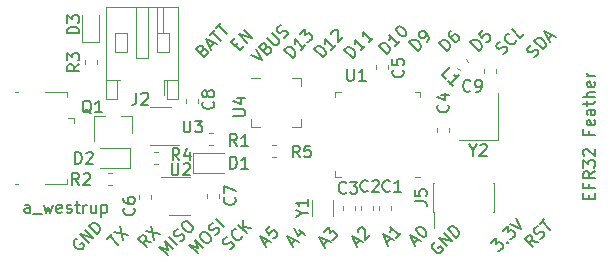
<source format=gbr>
G04 #@! TF.GenerationSoftware,KiCad,Pcbnew,5.1.2-f72e74a~84~ubuntu19.04.1*
G04 #@! TF.CreationDate,2019-05-31T15:23:29+02:00*
G04 #@! TF.ProjectId,efr32_feather,65667233-325f-4666-9561-746865722e6b,rev?*
G04 #@! TF.SameCoordinates,Original*
G04 #@! TF.FileFunction,Legend,Top*
G04 #@! TF.FilePolarity,Positive*
%FSLAX46Y46*%
G04 Gerber Fmt 4.6, Leading zero omitted, Abs format (unit mm)*
G04 Created by KiCad (PCBNEW 5.1.2-f72e74a~84~ubuntu19.04.1) date 2019-05-31 15:23:29*
%MOMM*%
%LPD*%
G04 APERTURE LIST*
%ADD10C,0.150000*%
%ADD11C,0.120000*%
G04 APERTURE END LIST*
D10*
X191042656Y-148637106D02*
X190470236Y-148536091D01*
X190638595Y-149041167D02*
X189931488Y-148334061D01*
X190200862Y-148064687D01*
X190301877Y-148031015D01*
X190369221Y-148031015D01*
X190470236Y-148064687D01*
X190571251Y-148165702D01*
X190604923Y-148266717D01*
X190604923Y-148334061D01*
X190571251Y-148435076D01*
X190301877Y-148704450D01*
X191278358Y-148334061D02*
X191413045Y-148266717D01*
X191581404Y-148098358D01*
X191615076Y-147997343D01*
X191615076Y-147930000D01*
X191581404Y-147828984D01*
X191514061Y-147761641D01*
X191413045Y-147727969D01*
X191345702Y-147727969D01*
X191244687Y-147761641D01*
X191076328Y-147862656D01*
X190975312Y-147896328D01*
X190907969Y-147896328D01*
X190806954Y-147862656D01*
X190739610Y-147795312D01*
X190705938Y-147694297D01*
X190705938Y-147626954D01*
X190739610Y-147525938D01*
X190907969Y-147357580D01*
X191042656Y-147290236D01*
X191211015Y-147054534D02*
X191615076Y-146650473D01*
X192120152Y-147559610D02*
X191413045Y-146852503D01*
X187068950Y-148696599D02*
X187506683Y-148258866D01*
X187540355Y-148763942D01*
X187641370Y-148662927D01*
X187742385Y-148629255D01*
X187809729Y-148629255D01*
X187910744Y-148662927D01*
X188079103Y-148831286D01*
X188112774Y-148932301D01*
X188112774Y-148999644D01*
X188079103Y-149100660D01*
X187877072Y-149302690D01*
X187776057Y-149336362D01*
X187708713Y-149336362D01*
X188449492Y-148595583D02*
X188516835Y-148595583D01*
X188516835Y-148662927D01*
X188449492Y-148662927D01*
X188449492Y-148595583D01*
X188516835Y-148662927D01*
X188079103Y-147686446D02*
X188516835Y-147248713D01*
X188550507Y-147753790D01*
X188651522Y-147652774D01*
X188752538Y-147619103D01*
X188819881Y-147619103D01*
X188920896Y-147652774D01*
X189089255Y-147821133D01*
X189122927Y-147922148D01*
X189122927Y-147989492D01*
X189089255Y-148090507D01*
X188887225Y-148292538D01*
X188786209Y-148326209D01*
X188718866Y-148326209D01*
X188718866Y-147046683D02*
X189661675Y-147518087D01*
X189190270Y-146575278D01*
X182367698Y-148635194D02*
X182266683Y-148668866D01*
X182165668Y-148769881D01*
X182098324Y-148904568D01*
X182098324Y-149039255D01*
X182131996Y-149140270D01*
X182233011Y-149308629D01*
X182334026Y-149409644D01*
X182502385Y-149510660D01*
X182603400Y-149544331D01*
X182738087Y-149544331D01*
X182872774Y-149476988D01*
X182940118Y-149409644D01*
X183007461Y-149274957D01*
X183007461Y-149207614D01*
X182771759Y-148971912D01*
X182637072Y-149106599D01*
X183377851Y-148971912D02*
X182670744Y-148264805D01*
X183781912Y-148567851D01*
X183074805Y-147860744D01*
X184118629Y-148231133D02*
X183411522Y-147524026D01*
X183579881Y-147355668D01*
X183714568Y-147288324D01*
X183849255Y-147288324D01*
X183950270Y-147321996D01*
X184118629Y-147423011D01*
X184219644Y-147524026D01*
X184320660Y-147692385D01*
X184354331Y-147793400D01*
X184354331Y-147928087D01*
X184286988Y-148062774D01*
X184118629Y-148231133D01*
X180542774Y-148702927D02*
X180879492Y-148366209D01*
X180677461Y-148972301D02*
X180206057Y-148029492D01*
X181148866Y-148500896D01*
X180812148Y-147423400D02*
X180879492Y-147356057D01*
X180980507Y-147322385D01*
X181047851Y-147322385D01*
X181148866Y-147356057D01*
X181317225Y-147457072D01*
X181485583Y-147625431D01*
X181586599Y-147793790D01*
X181620270Y-147894805D01*
X181620270Y-147962148D01*
X181586599Y-148063164D01*
X181519255Y-148130507D01*
X181418240Y-148164179D01*
X181350896Y-148164179D01*
X181249881Y-148130507D01*
X181081522Y-148029492D01*
X180913164Y-147861133D01*
X180812148Y-147692774D01*
X180778477Y-147591759D01*
X180778477Y-147524416D01*
X180812148Y-147423400D01*
X178262774Y-148642927D02*
X178599492Y-148306209D01*
X178397461Y-148912301D02*
X177926057Y-147969492D01*
X178868866Y-148440896D01*
X179474957Y-147834805D02*
X179070896Y-148238866D01*
X179272927Y-148036835D02*
X178565820Y-147329729D01*
X178599492Y-147498087D01*
X178599492Y-147632774D01*
X178565820Y-147733790D01*
X175622774Y-148792927D02*
X175959492Y-148456209D01*
X175757461Y-149062301D02*
X175286057Y-148119492D01*
X176228866Y-148590896D01*
X175791133Y-147749103D02*
X175791133Y-147681759D01*
X175824805Y-147580744D01*
X175993164Y-147412385D01*
X176094179Y-147378713D01*
X176161522Y-147378713D01*
X176262538Y-147412385D01*
X176329881Y-147479729D01*
X176397225Y-147614416D01*
X176397225Y-148422538D01*
X176834957Y-147984805D01*
X172902774Y-148852927D02*
X173239492Y-148516209D01*
X173037461Y-149122301D02*
X172566057Y-148179492D01*
X173508866Y-148650896D01*
X172970118Y-147775431D02*
X173407851Y-147337698D01*
X173441522Y-147842774D01*
X173542538Y-147741759D01*
X173643553Y-147708087D01*
X173710896Y-147708087D01*
X173811912Y-147741759D01*
X173980270Y-147910118D01*
X174013942Y-148011133D01*
X174013942Y-148078477D01*
X173980270Y-148179492D01*
X173778240Y-148381522D01*
X173677225Y-148415194D01*
X173609881Y-148415194D01*
X170192774Y-148772927D02*
X170529492Y-148436209D01*
X170327461Y-149042301D02*
X169856057Y-148099492D01*
X170798866Y-148570896D01*
X170866209Y-147560744D02*
X171337614Y-148032148D01*
X170428477Y-147459729D02*
X170765194Y-148133164D01*
X171202927Y-147695431D01*
X167892774Y-148772927D02*
X168229492Y-148436209D01*
X168027461Y-149042301D02*
X167556057Y-148099492D01*
X168498866Y-148570896D01*
X168364179Y-147291370D02*
X168027461Y-147628087D01*
X168330507Y-147998477D01*
X168330507Y-147931133D01*
X168364179Y-147830118D01*
X168532538Y-147661759D01*
X168633553Y-147628087D01*
X168700896Y-147628087D01*
X168801912Y-147661759D01*
X168970270Y-147830118D01*
X169003942Y-147931133D01*
X169003942Y-147998477D01*
X168970270Y-148099492D01*
X168801912Y-148267851D01*
X168700896Y-148301522D01*
X168633553Y-148301522D01*
X164957072Y-149245347D02*
X165091759Y-149178003D01*
X165260118Y-149009644D01*
X165293790Y-148908629D01*
X165293790Y-148841286D01*
X165260118Y-148740270D01*
X165192774Y-148672927D01*
X165091759Y-148639255D01*
X165024416Y-148639255D01*
X164923400Y-148672927D01*
X164755042Y-148773942D01*
X164654026Y-148807614D01*
X164586683Y-148807614D01*
X164485668Y-148773942D01*
X164418324Y-148706599D01*
X164384652Y-148605583D01*
X164384652Y-148538240D01*
X164418324Y-148437225D01*
X164586683Y-148268866D01*
X164721370Y-148201522D01*
X166034568Y-148100507D02*
X166034568Y-148167851D01*
X165967225Y-148302538D01*
X165899881Y-148369881D01*
X165765194Y-148437225D01*
X165630507Y-148437225D01*
X165529492Y-148403553D01*
X165361133Y-148302538D01*
X165260118Y-148201522D01*
X165159103Y-148033164D01*
X165125431Y-147932148D01*
X165125431Y-147797461D01*
X165192774Y-147662774D01*
X165260118Y-147595431D01*
X165394805Y-147528087D01*
X165462148Y-147528087D01*
X166404957Y-147864805D02*
X165697851Y-147157698D01*
X166809018Y-147460744D02*
X166101912Y-147359729D01*
X166101912Y-146753637D02*
X166101912Y-147561759D01*
X162268713Y-149581049D02*
X161561607Y-148873942D01*
X162302385Y-149143316D01*
X162033011Y-148402538D01*
X162740118Y-149109644D01*
X162504416Y-147931133D02*
X162639103Y-147796446D01*
X162740118Y-147762774D01*
X162874805Y-147762774D01*
X163043164Y-147863790D01*
X163278866Y-148099492D01*
X163379881Y-148267851D01*
X163379881Y-148402538D01*
X163346209Y-148503553D01*
X163211522Y-148638240D01*
X163110507Y-148671912D01*
X162975820Y-148671912D01*
X162807461Y-148570896D01*
X162571759Y-148335194D01*
X162470744Y-148166835D01*
X162470744Y-148032148D01*
X162504416Y-147931133D01*
X163750270Y-148032148D02*
X163884957Y-147964805D01*
X164053316Y-147796446D01*
X164086988Y-147695431D01*
X164086988Y-147628087D01*
X164053316Y-147527072D01*
X163985973Y-147459729D01*
X163884957Y-147426057D01*
X163817614Y-147426057D01*
X163716599Y-147459729D01*
X163548240Y-147560744D01*
X163447225Y-147594416D01*
X163379881Y-147594416D01*
X163278866Y-147560744D01*
X163211522Y-147493400D01*
X163177851Y-147392385D01*
X163177851Y-147325042D01*
X163211522Y-147224026D01*
X163379881Y-147055668D01*
X163514568Y-146988324D01*
X164491049Y-147358713D02*
X163783942Y-146651607D01*
X159708713Y-149701049D02*
X159001607Y-148993942D01*
X159742385Y-149263316D01*
X159473011Y-148522538D01*
X160180118Y-149229644D01*
X160516835Y-148892927D02*
X159809729Y-148185820D01*
X160786209Y-148556209D02*
X160920896Y-148488866D01*
X161089255Y-148320507D01*
X161122927Y-148219492D01*
X161122927Y-148152148D01*
X161089255Y-148051133D01*
X161021912Y-147983790D01*
X160920896Y-147950118D01*
X160853553Y-147950118D01*
X160752538Y-147983790D01*
X160584179Y-148084805D01*
X160483164Y-148118477D01*
X160415820Y-148118477D01*
X160314805Y-148084805D01*
X160247461Y-148017461D01*
X160213790Y-147916446D01*
X160213790Y-147849103D01*
X160247461Y-147748087D01*
X160415820Y-147579729D01*
X160550507Y-147512385D01*
X160954568Y-147040981D02*
X161089255Y-146906294D01*
X161190270Y-146872622D01*
X161324957Y-146872622D01*
X161493316Y-146973637D01*
X161729018Y-147209339D01*
X161830034Y-147377698D01*
X161830034Y-147512385D01*
X161796362Y-147613400D01*
X161661675Y-147748087D01*
X161560660Y-147781759D01*
X161425973Y-147781759D01*
X161257614Y-147680744D01*
X161021912Y-147445042D01*
X160920896Y-147276683D01*
X160920896Y-147141996D01*
X160954568Y-147040981D01*
X158342030Y-148637732D02*
X157769610Y-148536717D01*
X157937969Y-149041793D02*
X157230862Y-148334687D01*
X157500236Y-148065312D01*
X157601251Y-148031641D01*
X157668595Y-148031641D01*
X157769610Y-148065312D01*
X157870625Y-148166328D01*
X157904297Y-148267343D01*
X157904297Y-148334687D01*
X157870625Y-148435702D01*
X157601251Y-148705076D01*
X157870625Y-147694923D02*
X159049137Y-147930625D01*
X158342030Y-147223519D02*
X158577732Y-148402030D01*
X154614026Y-148331522D02*
X155018087Y-147927461D01*
X155523164Y-148836599D02*
X154816057Y-148129492D01*
X155186446Y-147759103D02*
X156364957Y-147994805D01*
X155657851Y-147287698D02*
X155893553Y-148466209D01*
X152017698Y-148335194D02*
X151916683Y-148368866D01*
X151815668Y-148469881D01*
X151748324Y-148604568D01*
X151748324Y-148739255D01*
X151781996Y-148840270D01*
X151883011Y-149008629D01*
X151984026Y-149109644D01*
X152152385Y-149210660D01*
X152253400Y-149244331D01*
X152388087Y-149244331D01*
X152522774Y-149176988D01*
X152590118Y-149109644D01*
X152657461Y-148974957D01*
X152657461Y-148907614D01*
X152421759Y-148671912D01*
X152287072Y-148806599D01*
X153027851Y-148671912D02*
X152320744Y-147964805D01*
X153431912Y-148267851D01*
X152724805Y-147560744D01*
X153768629Y-147931133D02*
X153061522Y-147224026D01*
X153229881Y-147055668D01*
X153364568Y-146988324D01*
X153499255Y-146988324D01*
X153600270Y-147021996D01*
X153768629Y-147123011D01*
X153869644Y-147224026D01*
X153970660Y-147392385D01*
X154004331Y-147493400D01*
X154004331Y-147628087D01*
X153936988Y-147762774D01*
X153768629Y-147931133D01*
X190737580Y-132964839D02*
X190872267Y-132897496D01*
X191040625Y-132729137D01*
X191074297Y-132628122D01*
X191074297Y-132560778D01*
X191040625Y-132459763D01*
X190973282Y-132392419D01*
X190872267Y-132358748D01*
X190804923Y-132358748D01*
X190703908Y-132392419D01*
X190535549Y-132493435D01*
X190434534Y-132527106D01*
X190367190Y-132527106D01*
X190266175Y-132493435D01*
X190198832Y-132426091D01*
X190165160Y-132325076D01*
X190165160Y-132257732D01*
X190198832Y-132156717D01*
X190367190Y-131988358D01*
X190501877Y-131921015D01*
X191478358Y-132291404D02*
X190771251Y-131584297D01*
X190939610Y-131415938D01*
X191074297Y-131348595D01*
X191208984Y-131348595D01*
X191310000Y-131382267D01*
X191478358Y-131483282D01*
X191579374Y-131584297D01*
X191680389Y-131752656D01*
X191714061Y-131853671D01*
X191714061Y-131988358D01*
X191646717Y-132123045D01*
X191478358Y-132291404D01*
X191949763Y-131415938D02*
X192286480Y-131079221D01*
X192084450Y-131685312D02*
X191613045Y-130742503D01*
X192555854Y-131213908D01*
X188114416Y-132688003D02*
X188249103Y-132620660D01*
X188417461Y-132452301D01*
X188451133Y-132351286D01*
X188451133Y-132283942D01*
X188417461Y-132182927D01*
X188350118Y-132115583D01*
X188249103Y-132081912D01*
X188181759Y-132081912D01*
X188080744Y-132115583D01*
X187912385Y-132216599D01*
X187811370Y-132250270D01*
X187744026Y-132250270D01*
X187643011Y-132216599D01*
X187575668Y-132149255D01*
X187541996Y-132048240D01*
X187541996Y-131980896D01*
X187575668Y-131879881D01*
X187744026Y-131711522D01*
X187878713Y-131644179D01*
X189191912Y-131543164D02*
X189191912Y-131610507D01*
X189124568Y-131745194D01*
X189057225Y-131812538D01*
X188922538Y-131879881D01*
X188787851Y-131879881D01*
X188686835Y-131846209D01*
X188518477Y-131745194D01*
X188417461Y-131644179D01*
X188316446Y-131475820D01*
X188282774Y-131374805D01*
X188282774Y-131240118D01*
X188350118Y-131105431D01*
X188417461Y-131038087D01*
X188552148Y-130970744D01*
X188619492Y-130970744D01*
X189899018Y-130970744D02*
X189562301Y-131307461D01*
X188855194Y-130600355D01*
X186057969Y-132421793D02*
X185350862Y-131714687D01*
X185519221Y-131546328D01*
X185653908Y-131478984D01*
X185788595Y-131478984D01*
X185889610Y-131512656D01*
X186057969Y-131613671D01*
X186158984Y-131714687D01*
X186260000Y-131883045D01*
X186293671Y-131984061D01*
X186293671Y-132118748D01*
X186226328Y-132253435D01*
X186057969Y-132421793D01*
X186394687Y-130670862D02*
X186057969Y-131007580D01*
X186361015Y-131377969D01*
X186361015Y-131310625D01*
X186394687Y-131209610D01*
X186563045Y-131041251D01*
X186664061Y-131007580D01*
X186731404Y-131007580D01*
X186832419Y-131041251D01*
X187000778Y-131209610D01*
X187034450Y-131310625D01*
X187034450Y-131377969D01*
X187000778Y-131478984D01*
X186832419Y-131647343D01*
X186731404Y-131681015D01*
X186664061Y-131681015D01*
X183407969Y-132431793D02*
X182700862Y-131724687D01*
X182869221Y-131556328D01*
X183003908Y-131488984D01*
X183138595Y-131488984D01*
X183239610Y-131522656D01*
X183407969Y-131623671D01*
X183508984Y-131724687D01*
X183610000Y-131893045D01*
X183643671Y-131994061D01*
X183643671Y-132128748D01*
X183576328Y-132263435D01*
X183407969Y-132431793D01*
X183711015Y-130714534D02*
X183576328Y-130849221D01*
X183542656Y-130950236D01*
X183542656Y-131017580D01*
X183576328Y-131185938D01*
X183677343Y-131354297D01*
X183946717Y-131623671D01*
X184047732Y-131657343D01*
X184115076Y-131657343D01*
X184216091Y-131623671D01*
X184350778Y-131488984D01*
X184384450Y-131387969D01*
X184384450Y-131320625D01*
X184350778Y-131219610D01*
X184182419Y-131051251D01*
X184081404Y-131017580D01*
X184014061Y-131017580D01*
X183913045Y-131051251D01*
X183778358Y-131185938D01*
X183744687Y-131286954D01*
X183744687Y-131354297D01*
X183778358Y-131455312D01*
X180897969Y-132421793D02*
X180190862Y-131714687D01*
X180359221Y-131546328D01*
X180493908Y-131478984D01*
X180628595Y-131478984D01*
X180729610Y-131512656D01*
X180897969Y-131613671D01*
X180998984Y-131714687D01*
X181100000Y-131883045D01*
X181133671Y-131984061D01*
X181133671Y-132118748D01*
X181066328Y-132253435D01*
X180897969Y-132421793D01*
X181638748Y-131681015D02*
X181773435Y-131546328D01*
X181807106Y-131445312D01*
X181807106Y-131377969D01*
X181773435Y-131209610D01*
X181672419Y-131041251D01*
X181403045Y-130771877D01*
X181302030Y-130738206D01*
X181234687Y-130738206D01*
X181133671Y-130771877D01*
X180998984Y-130906564D01*
X180965312Y-131007580D01*
X180965312Y-131074923D01*
X180998984Y-131175938D01*
X181167343Y-131344297D01*
X181268358Y-131377969D01*
X181335702Y-131377969D01*
X181436717Y-131344297D01*
X181571404Y-131209610D01*
X181605076Y-131108595D01*
X181605076Y-131041251D01*
X181571404Y-130940236D01*
X178301251Y-132688511D02*
X177594145Y-131981404D01*
X177762503Y-131813045D01*
X177897190Y-131745702D01*
X178031877Y-131745702D01*
X178132893Y-131779374D01*
X178301251Y-131880389D01*
X178402267Y-131981404D01*
X178503282Y-132149763D01*
X178536954Y-132250778D01*
X178536954Y-132385465D01*
X178469610Y-132520152D01*
X178301251Y-132688511D01*
X179378748Y-131611015D02*
X178974687Y-132015076D01*
X179176717Y-131813045D02*
X178469610Y-131105938D01*
X178503282Y-131274297D01*
X178503282Y-131408984D01*
X178469610Y-131510000D01*
X179109374Y-130466175D02*
X179176717Y-130398832D01*
X179277732Y-130365160D01*
X179345076Y-130365160D01*
X179446091Y-130398832D01*
X179614450Y-130499847D01*
X179782809Y-130668206D01*
X179883824Y-130836564D01*
X179917496Y-130937580D01*
X179917496Y-131004923D01*
X179883824Y-131105938D01*
X179816480Y-131173282D01*
X179715465Y-131206954D01*
X179648122Y-131206954D01*
X179547106Y-131173282D01*
X179378748Y-131072267D01*
X179210389Y-130903908D01*
X179109374Y-130735549D01*
X179075702Y-130634534D01*
X179075702Y-130567190D01*
X179109374Y-130466175D01*
X175381251Y-133058511D02*
X174674145Y-132351404D01*
X174842503Y-132183045D01*
X174977190Y-132115702D01*
X175111877Y-132115702D01*
X175212893Y-132149374D01*
X175381251Y-132250389D01*
X175482267Y-132351404D01*
X175583282Y-132519763D01*
X175616954Y-132620778D01*
X175616954Y-132755465D01*
X175549610Y-132890152D01*
X175381251Y-133058511D01*
X176458748Y-131981015D02*
X176054687Y-132385076D01*
X176256717Y-132183045D02*
X175549610Y-131475938D01*
X175583282Y-131644297D01*
X175583282Y-131778984D01*
X175549610Y-131880000D01*
X177132183Y-131307580D02*
X176728122Y-131711641D01*
X176930152Y-131509610D02*
X176223045Y-130802503D01*
X176256717Y-130970862D01*
X176256717Y-131105549D01*
X176223045Y-131206564D01*
X172851251Y-132988511D02*
X172144145Y-132281404D01*
X172312503Y-132113045D01*
X172447190Y-132045702D01*
X172581877Y-132045702D01*
X172682893Y-132079374D01*
X172851251Y-132180389D01*
X172952267Y-132281404D01*
X173053282Y-132449763D01*
X173086954Y-132550778D01*
X173086954Y-132685465D01*
X173019610Y-132820152D01*
X172851251Y-132988511D01*
X173928748Y-131911015D02*
X173524687Y-132315076D01*
X173726717Y-132113045D02*
X173019610Y-131405938D01*
X173053282Y-131574297D01*
X173053282Y-131708984D01*
X173019610Y-131810000D01*
X173558358Y-131001877D02*
X173558358Y-130934534D01*
X173592030Y-130833519D01*
X173760389Y-130665160D01*
X173861404Y-130631488D01*
X173928748Y-130631488D01*
X174029763Y-130665160D01*
X174097106Y-130732503D01*
X174164450Y-130867190D01*
X174164450Y-131675312D01*
X174602183Y-131237580D01*
X170301251Y-133038511D02*
X169594145Y-132331404D01*
X169762503Y-132163045D01*
X169897190Y-132095702D01*
X170031877Y-132095702D01*
X170132893Y-132129374D01*
X170301251Y-132230389D01*
X170402267Y-132331404D01*
X170503282Y-132499763D01*
X170536954Y-132600778D01*
X170536954Y-132735465D01*
X170469610Y-132870152D01*
X170301251Y-133038511D01*
X171378748Y-131961015D02*
X170974687Y-132365076D01*
X171176717Y-132163045D02*
X170469610Y-131455938D01*
X170503282Y-131624297D01*
X170503282Y-131758984D01*
X170469610Y-131860000D01*
X170907343Y-131018206D02*
X171345076Y-130580473D01*
X171378748Y-131085549D01*
X171479763Y-130984534D01*
X171580778Y-130950862D01*
X171648122Y-130950862D01*
X171749137Y-130984534D01*
X171917496Y-131152893D01*
X171951167Y-131253908D01*
X171951167Y-131321251D01*
X171917496Y-131422267D01*
X171715465Y-131624297D01*
X171614450Y-131657969D01*
X171547106Y-131657969D01*
X166746412Y-132769137D02*
X167689221Y-133240541D01*
X167217816Y-132297732D01*
X168025938Y-132163045D02*
X168160625Y-132095702D01*
X168227969Y-132095702D01*
X168328984Y-132129374D01*
X168430000Y-132230389D01*
X168463671Y-132331404D01*
X168463671Y-132398748D01*
X168430000Y-132499763D01*
X168160625Y-132769137D01*
X167453519Y-132062030D01*
X167689221Y-131826328D01*
X167790236Y-131792656D01*
X167857580Y-131792656D01*
X167958595Y-131826328D01*
X168025938Y-131893671D01*
X168059610Y-131994687D01*
X168059610Y-132062030D01*
X168025938Y-132163045D01*
X167790236Y-132398748D01*
X168160625Y-131354923D02*
X168733045Y-131927343D01*
X168834061Y-131961015D01*
X168901404Y-131961015D01*
X169002419Y-131927343D01*
X169137106Y-131792656D01*
X169170778Y-131691641D01*
X169170778Y-131624297D01*
X169137106Y-131523282D01*
X168564687Y-130950862D01*
X169541167Y-131321251D02*
X169675854Y-131253908D01*
X169844213Y-131085549D01*
X169877885Y-130984534D01*
X169877885Y-130917190D01*
X169844213Y-130816175D01*
X169776870Y-130748832D01*
X169675854Y-130715160D01*
X169608511Y-130715160D01*
X169507496Y-130748832D01*
X169339137Y-130849847D01*
X169238122Y-130883519D01*
X169170778Y-130883519D01*
X169069763Y-130849847D01*
X169002419Y-130782503D01*
X168968748Y-130681488D01*
X168968748Y-130614145D01*
X169002419Y-130513129D01*
X169170778Y-130344771D01*
X169305465Y-130277427D01*
X165457580Y-132001404D02*
X165693282Y-131765702D01*
X166164687Y-132035076D02*
X165827969Y-132371793D01*
X165120862Y-131664687D01*
X165457580Y-131327969D01*
X166467732Y-131732030D02*
X165760625Y-131024923D01*
X166871793Y-131327969D01*
X166164687Y-130620862D01*
X162668206Y-132360778D02*
X162802893Y-132293435D01*
X162870236Y-132293435D01*
X162971251Y-132327106D01*
X163072267Y-132428122D01*
X163105938Y-132529137D01*
X163105938Y-132596480D01*
X163072267Y-132697496D01*
X162802893Y-132966870D01*
X162095786Y-132259763D01*
X162331488Y-132024061D01*
X162432503Y-131990389D01*
X162499847Y-131990389D01*
X162600862Y-132024061D01*
X162668206Y-132091404D01*
X162701877Y-132192419D01*
X162701877Y-132259763D01*
X162668206Y-132360778D01*
X162432503Y-132596480D01*
X163274297Y-132091404D02*
X163611015Y-131754687D01*
X163408984Y-132360778D02*
X162937580Y-131417969D01*
X163880389Y-131889374D01*
X163307969Y-131047580D02*
X163712030Y-130643519D01*
X164217106Y-131552656D02*
X163510000Y-130845549D01*
X163846717Y-130508832D02*
X164250778Y-130104771D01*
X164755854Y-131013908D02*
X164048748Y-130306801D01*
X148066190Y-146132380D02*
X148066190Y-145608571D01*
X148018571Y-145513333D01*
X147923333Y-145465714D01*
X147732857Y-145465714D01*
X147637619Y-145513333D01*
X148066190Y-146084761D02*
X147970952Y-146132380D01*
X147732857Y-146132380D01*
X147637619Y-146084761D01*
X147590000Y-145989523D01*
X147590000Y-145894285D01*
X147637619Y-145799047D01*
X147732857Y-145751428D01*
X147970952Y-145751428D01*
X148066190Y-145703809D01*
X148304285Y-146227619D02*
X149066190Y-146227619D01*
X149209047Y-145465714D02*
X149399523Y-146132380D01*
X149590000Y-145656190D01*
X149780476Y-146132380D01*
X149970952Y-145465714D01*
X150732857Y-146084761D02*
X150637619Y-146132380D01*
X150447142Y-146132380D01*
X150351904Y-146084761D01*
X150304285Y-145989523D01*
X150304285Y-145608571D01*
X150351904Y-145513333D01*
X150447142Y-145465714D01*
X150637619Y-145465714D01*
X150732857Y-145513333D01*
X150780476Y-145608571D01*
X150780476Y-145703809D01*
X150304285Y-145799047D01*
X151161428Y-146084761D02*
X151256666Y-146132380D01*
X151447142Y-146132380D01*
X151542380Y-146084761D01*
X151590000Y-145989523D01*
X151590000Y-145941904D01*
X151542380Y-145846666D01*
X151447142Y-145799047D01*
X151304285Y-145799047D01*
X151209047Y-145751428D01*
X151161428Y-145656190D01*
X151161428Y-145608571D01*
X151209047Y-145513333D01*
X151304285Y-145465714D01*
X151447142Y-145465714D01*
X151542380Y-145513333D01*
X151875714Y-145465714D02*
X152256666Y-145465714D01*
X152018571Y-145132380D02*
X152018571Y-145989523D01*
X152066190Y-146084761D01*
X152161428Y-146132380D01*
X152256666Y-146132380D01*
X152590000Y-146132380D02*
X152590000Y-145465714D01*
X152590000Y-145656190D02*
X152637619Y-145560952D01*
X152685238Y-145513333D01*
X152780476Y-145465714D01*
X152875714Y-145465714D01*
X153637619Y-145465714D02*
X153637619Y-146132380D01*
X153209047Y-145465714D02*
X153209047Y-145989523D01*
X153256666Y-146084761D01*
X153351904Y-146132380D01*
X153494761Y-146132380D01*
X153590000Y-146084761D01*
X153637619Y-146037142D01*
X154113809Y-145465714D02*
X154113809Y-146465714D01*
X154113809Y-145513333D02*
X154209047Y-145465714D01*
X154399523Y-145465714D01*
X154494761Y-145513333D01*
X154542380Y-145560952D01*
X154590000Y-145656190D01*
X154590000Y-145941904D01*
X154542380Y-146037142D01*
X154494761Y-146084761D01*
X154399523Y-146132380D01*
X154209047Y-146132380D01*
X154113809Y-146084761D01*
X195378571Y-144971904D02*
X195378571Y-144638571D01*
X195902380Y-144495714D02*
X195902380Y-144971904D01*
X194902380Y-144971904D01*
X194902380Y-144495714D01*
X195378571Y-143733809D02*
X195378571Y-144067142D01*
X195902380Y-144067142D02*
X194902380Y-144067142D01*
X194902380Y-143590952D01*
X195902380Y-142638571D02*
X195426190Y-142971904D01*
X195902380Y-143210000D02*
X194902380Y-143210000D01*
X194902380Y-142829047D01*
X194950000Y-142733809D01*
X194997619Y-142686190D01*
X195092857Y-142638571D01*
X195235714Y-142638571D01*
X195330952Y-142686190D01*
X195378571Y-142733809D01*
X195426190Y-142829047D01*
X195426190Y-143210000D01*
X194902380Y-142305238D02*
X194902380Y-141686190D01*
X195283333Y-142019523D01*
X195283333Y-141876666D01*
X195330952Y-141781428D01*
X195378571Y-141733809D01*
X195473809Y-141686190D01*
X195711904Y-141686190D01*
X195807142Y-141733809D01*
X195854761Y-141781428D01*
X195902380Y-141876666D01*
X195902380Y-142162380D01*
X195854761Y-142257619D01*
X195807142Y-142305238D01*
X194997619Y-141305238D02*
X194950000Y-141257619D01*
X194902380Y-141162380D01*
X194902380Y-140924285D01*
X194950000Y-140829047D01*
X194997619Y-140781428D01*
X195092857Y-140733809D01*
X195188095Y-140733809D01*
X195330952Y-140781428D01*
X195902380Y-141352857D01*
X195902380Y-140733809D01*
X195378571Y-139210000D02*
X195378571Y-139543333D01*
X195902380Y-139543333D02*
X194902380Y-139543333D01*
X194902380Y-139067142D01*
X195854761Y-138305238D02*
X195902380Y-138400476D01*
X195902380Y-138590952D01*
X195854761Y-138686190D01*
X195759523Y-138733809D01*
X195378571Y-138733809D01*
X195283333Y-138686190D01*
X195235714Y-138590952D01*
X195235714Y-138400476D01*
X195283333Y-138305238D01*
X195378571Y-138257619D01*
X195473809Y-138257619D01*
X195569047Y-138733809D01*
X195902380Y-137400476D02*
X195378571Y-137400476D01*
X195283333Y-137448095D01*
X195235714Y-137543333D01*
X195235714Y-137733809D01*
X195283333Y-137829047D01*
X195854761Y-137400476D02*
X195902380Y-137495714D01*
X195902380Y-137733809D01*
X195854761Y-137829047D01*
X195759523Y-137876666D01*
X195664285Y-137876666D01*
X195569047Y-137829047D01*
X195521428Y-137733809D01*
X195521428Y-137495714D01*
X195473809Y-137400476D01*
X195235714Y-137067142D02*
X195235714Y-136686190D01*
X194902380Y-136924285D02*
X195759523Y-136924285D01*
X195854761Y-136876666D01*
X195902380Y-136781428D01*
X195902380Y-136686190D01*
X195902380Y-136352857D02*
X194902380Y-136352857D01*
X195902380Y-135924285D02*
X195378571Y-135924285D01*
X195283333Y-135971904D01*
X195235714Y-136067142D01*
X195235714Y-136210000D01*
X195283333Y-136305238D01*
X195330952Y-136352857D01*
X195854761Y-135067142D02*
X195902380Y-135162380D01*
X195902380Y-135352857D01*
X195854761Y-135448095D01*
X195759523Y-135495714D01*
X195378571Y-135495714D01*
X195283333Y-135448095D01*
X195235714Y-135352857D01*
X195235714Y-135162380D01*
X195283333Y-135067142D01*
X195378571Y-135019523D01*
X195473809Y-135019523D01*
X195569047Y-135495714D01*
X195902380Y-134590952D02*
X195235714Y-134590952D01*
X195426190Y-134590952D02*
X195330952Y-134543333D01*
X195283333Y-134495714D01*
X195235714Y-134400476D01*
X195235714Y-134305238D01*
D11*
X187260000Y-143615000D02*
X187310000Y-143615000D01*
X187260000Y-146035000D02*
X187310000Y-146035000D01*
X182190000Y-143615000D02*
X182240000Y-143615000D01*
X182190000Y-146035000D02*
X182240000Y-146035000D01*
X182240000Y-147415000D02*
X182240000Y-146035000D01*
X187310000Y-146035000D02*
X187310000Y-143615000D01*
X182190000Y-146035000D02*
X182190000Y-143615000D01*
X161900000Y-141050000D02*
X164450000Y-141050000D01*
X161900000Y-142750000D02*
X164450000Y-142750000D01*
X161900000Y-141050000D02*
X161900000Y-142750000D01*
X159410000Y-134910000D02*
X159410000Y-136125000D01*
X159350000Y-130950000D02*
X159350000Y-128690000D01*
X158850000Y-130950000D02*
X158850000Y-128690000D01*
X156250000Y-132550000D02*
X155250000Y-132550000D01*
X156250000Y-130950000D02*
X156250000Y-132550000D01*
X155250000Y-130950000D02*
X156250000Y-130950000D01*
X155250000Y-132550000D02*
X155250000Y-130950000D01*
X158850000Y-132550000D02*
X159850000Y-132550000D01*
X158850000Y-130950000D02*
X158850000Y-132550000D01*
X159850000Y-130950000D02*
X158850000Y-130950000D01*
X159850000Y-132550000D02*
X159850000Y-130950000D01*
X154490000Y-134910000D02*
X155410000Y-134910000D01*
X160610000Y-134910000D02*
X159690000Y-134910000D01*
X157050000Y-133050000D02*
X157050000Y-128690000D01*
X158050000Y-133050000D02*
X157050000Y-133050000D01*
X158050000Y-128690000D02*
X158050000Y-133050000D01*
X155410000Y-134910000D02*
X155690000Y-134910000D01*
X155410000Y-136510000D02*
X155410000Y-134910000D01*
X154490000Y-136510000D02*
X155410000Y-136510000D01*
X154490000Y-128690000D02*
X154490000Y-136510000D01*
X160610000Y-128690000D02*
X154490000Y-128690000D01*
X160610000Y-136510000D02*
X160610000Y-128690000D01*
X159690000Y-136510000D02*
X160610000Y-136510000D01*
X159690000Y-134910000D02*
X159690000Y-136510000D01*
X159410000Y-134910000D02*
X159690000Y-134910000D01*
X180635000Y-143110000D02*
X181110000Y-143110000D01*
X173890000Y-135890000D02*
X173890000Y-136365000D01*
X174365000Y-135890000D02*
X173890000Y-135890000D01*
X181110000Y-135890000D02*
X181110000Y-136365000D01*
X180635000Y-135890000D02*
X181110000Y-135890000D01*
X173890000Y-143110000D02*
X173890000Y-142635000D01*
X174365000Y-143110000D02*
X173890000Y-143110000D01*
X156680000Y-137940000D02*
X156680000Y-139400000D01*
X153520000Y-137940000D02*
X153520000Y-140100000D01*
X153520000Y-137940000D02*
X154450000Y-137940000D01*
X156680000Y-137940000D02*
X155750000Y-137940000D01*
X168537221Y-141410000D02*
X168862779Y-141410000D01*
X168537221Y-140390000D02*
X168862779Y-140390000D01*
X167515000Y-134690000D02*
X166790000Y-134690000D01*
X171010000Y-138910000D02*
X171010000Y-138185000D01*
X170285000Y-138910000D02*
X171010000Y-138910000D01*
X166790000Y-138910000D02*
X166790000Y-138185000D01*
X167515000Y-138910000D02*
X166790000Y-138910000D01*
X171010000Y-134690000D02*
X171010000Y-135415000D01*
X170285000Y-134690000D02*
X171010000Y-134690000D01*
X185175727Y-133354478D02*
X184945522Y-133124273D01*
X184454478Y-134075727D02*
X184224273Y-133845522D01*
X187510000Y-134262779D02*
X187510000Y-133937221D01*
X186490000Y-134262779D02*
X186490000Y-133937221D01*
X158200000Y-140410000D02*
X160650000Y-140410000D01*
X160000000Y-137190000D02*
X158200000Y-137190000D01*
X158862779Y-140990000D02*
X158537221Y-140990000D01*
X158862779Y-142010000D02*
X158537221Y-142010000D01*
X153710000Y-133562779D02*
X153710000Y-133237221D01*
X152690000Y-133562779D02*
X152690000Y-133237221D01*
X154637221Y-143810000D02*
X154962779Y-143810000D01*
X154637221Y-142790000D02*
X154962779Y-142790000D01*
X153935000Y-131685000D02*
X153935000Y-129400000D01*
X152465000Y-131685000D02*
X153935000Y-131685000D01*
X152465000Y-129400000D02*
X152465000Y-131685000D01*
X156500000Y-142350000D02*
X153950000Y-142350000D01*
X156500000Y-140650000D02*
X153950000Y-140650000D01*
X156500000Y-142350000D02*
X156500000Y-140650000D01*
X162310000Y-136862779D02*
X162310000Y-136537221D01*
X161290000Y-136862779D02*
X161290000Y-136537221D01*
X187650000Y-140000000D02*
X187650000Y-136000000D01*
X184350000Y-140000000D02*
X187650000Y-140000000D01*
X173675000Y-145025000D02*
X173675000Y-146375000D01*
X171925000Y-145025000D02*
X171925000Y-146375000D01*
X163237221Y-140410000D02*
X163562779Y-140410000D01*
X163237221Y-139390000D02*
X163562779Y-139390000D01*
X161600000Y-143140000D02*
X159150000Y-143140000D01*
X159800000Y-146360000D02*
X161600000Y-146360000D01*
X163040000Y-144587221D02*
X163040000Y-144912779D01*
X164060000Y-144587221D02*
X164060000Y-144912779D01*
X157290000Y-144637221D02*
X157290000Y-144962779D01*
X158310000Y-144637221D02*
X158310000Y-144962779D01*
X178410000Y-133962779D02*
X178410000Y-133637221D01*
X177390000Y-133962779D02*
X177390000Y-133637221D01*
X182490000Y-138937221D02*
X182490000Y-139262779D01*
X183510000Y-138937221D02*
X183510000Y-139262779D01*
X177110000Y-145872779D02*
X177110000Y-145547221D01*
X176090000Y-145872779D02*
X176090000Y-145547221D01*
X174590000Y-145537221D02*
X174590000Y-145862779D01*
X175610000Y-145537221D02*
X175610000Y-145862779D01*
X177590000Y-145537221D02*
X177590000Y-145862779D01*
X178610000Y-145537221D02*
X178610000Y-145862779D01*
X151762500Y-138100000D02*
X151312500Y-138100000D01*
X151762500Y-138100000D02*
X151762500Y-138550000D01*
X151212500Y-143700000D02*
X151212500Y-143250000D01*
X149362500Y-143700000D02*
X151212500Y-143700000D01*
X146812500Y-135900000D02*
X147062500Y-135900000D01*
X146812500Y-143700000D02*
X147062500Y-143700000D01*
X149362500Y-135900000D02*
X151212500Y-135900000D01*
X151212500Y-135900000D02*
X151212500Y-136350000D01*
D10*
X180642380Y-145158333D02*
X181356666Y-145158333D01*
X181499523Y-145205952D01*
X181594761Y-145301190D01*
X181642380Y-145444047D01*
X181642380Y-145539285D01*
X180642380Y-144205952D02*
X180642380Y-144682142D01*
X181118571Y-144729761D01*
X181070952Y-144682142D01*
X181023333Y-144586904D01*
X181023333Y-144348809D01*
X181070952Y-144253571D01*
X181118571Y-144205952D01*
X181213809Y-144158333D01*
X181451904Y-144158333D01*
X181547142Y-144205952D01*
X181594761Y-144253571D01*
X181642380Y-144348809D01*
X181642380Y-144586904D01*
X181594761Y-144682142D01*
X181547142Y-144729761D01*
X165001904Y-142392380D02*
X165001904Y-141392380D01*
X165240000Y-141392380D01*
X165382857Y-141440000D01*
X165478095Y-141535238D01*
X165525714Y-141630476D01*
X165573333Y-141820952D01*
X165573333Y-141963809D01*
X165525714Y-142154285D01*
X165478095Y-142249523D01*
X165382857Y-142344761D01*
X165240000Y-142392380D01*
X165001904Y-142392380D01*
X166525714Y-142392380D02*
X165954285Y-142392380D01*
X166240000Y-142392380D02*
X166240000Y-141392380D01*
X166144761Y-141535238D01*
X166049523Y-141630476D01*
X165954285Y-141678095D01*
X157066666Y-135982380D02*
X157066666Y-136696666D01*
X157019047Y-136839523D01*
X156923809Y-136934761D01*
X156780952Y-136982380D01*
X156685714Y-136982380D01*
X157495238Y-136077619D02*
X157542857Y-136030000D01*
X157638095Y-135982380D01*
X157876190Y-135982380D01*
X157971428Y-136030000D01*
X158019047Y-136077619D01*
X158066666Y-136172857D01*
X158066666Y-136268095D01*
X158019047Y-136410952D01*
X157447619Y-136982380D01*
X158066666Y-136982380D01*
X174898095Y-133962380D02*
X174898095Y-134771904D01*
X174945714Y-134867142D01*
X174993333Y-134914761D01*
X175088571Y-134962380D01*
X175279047Y-134962380D01*
X175374285Y-134914761D01*
X175421904Y-134867142D01*
X175469523Y-134771904D01*
X175469523Y-133962380D01*
X176469523Y-134962380D02*
X175898095Y-134962380D01*
X176183809Y-134962380D02*
X176183809Y-133962380D01*
X176088571Y-134105238D01*
X175993333Y-134200476D01*
X175898095Y-134248095D01*
X153244761Y-137727619D02*
X153149523Y-137680000D01*
X153054285Y-137584761D01*
X152911428Y-137441904D01*
X152816190Y-137394285D01*
X152720952Y-137394285D01*
X152768571Y-137632380D02*
X152673333Y-137584761D01*
X152578095Y-137489523D01*
X152530476Y-137299047D01*
X152530476Y-136965714D01*
X152578095Y-136775238D01*
X152673333Y-136680000D01*
X152768571Y-136632380D01*
X152959047Y-136632380D01*
X153054285Y-136680000D01*
X153149523Y-136775238D01*
X153197142Y-136965714D01*
X153197142Y-137299047D01*
X153149523Y-137489523D01*
X153054285Y-137584761D01*
X152959047Y-137632380D01*
X152768571Y-137632380D01*
X154149523Y-137632380D02*
X153578095Y-137632380D01*
X153863809Y-137632380D02*
X153863809Y-136632380D01*
X153768571Y-136775238D01*
X153673333Y-136870476D01*
X153578095Y-136918095D01*
X170903333Y-141442380D02*
X170570000Y-140966190D01*
X170331904Y-141442380D02*
X170331904Y-140442380D01*
X170712857Y-140442380D01*
X170808095Y-140490000D01*
X170855714Y-140537619D01*
X170903333Y-140632857D01*
X170903333Y-140775714D01*
X170855714Y-140870952D01*
X170808095Y-140918571D01*
X170712857Y-140966190D01*
X170331904Y-140966190D01*
X171808095Y-140442380D02*
X171331904Y-140442380D01*
X171284285Y-140918571D01*
X171331904Y-140870952D01*
X171427142Y-140823333D01*
X171665238Y-140823333D01*
X171760476Y-140870952D01*
X171808095Y-140918571D01*
X171855714Y-141013809D01*
X171855714Y-141251904D01*
X171808095Y-141347142D01*
X171760476Y-141394761D01*
X171665238Y-141442380D01*
X171427142Y-141442380D01*
X171331904Y-141394761D01*
X171284285Y-141347142D01*
X165272380Y-137921904D02*
X166081904Y-137921904D01*
X166177142Y-137874285D01*
X166224761Y-137826666D01*
X166272380Y-137731428D01*
X166272380Y-137540952D01*
X166224761Y-137445714D01*
X166177142Y-137398095D01*
X166081904Y-137350476D01*
X165272380Y-137350476D01*
X165605714Y-136445714D02*
X166272380Y-136445714D01*
X165224761Y-136683809D02*
X165939047Y-136921904D01*
X165939047Y-136302857D01*
X183251104Y-134813193D02*
X182914386Y-134476475D01*
X183621493Y-133769369D01*
X183857195Y-135419285D02*
X183453134Y-135015224D01*
X183655165Y-135217254D02*
X184362272Y-134510147D01*
X184193913Y-134543819D01*
X184059226Y-134543819D01*
X183958211Y-134510147D01*
X185353333Y-135787142D02*
X185305714Y-135834761D01*
X185162857Y-135882380D01*
X185067619Y-135882380D01*
X184924761Y-135834761D01*
X184829523Y-135739523D01*
X184781904Y-135644285D01*
X184734285Y-135453809D01*
X184734285Y-135310952D01*
X184781904Y-135120476D01*
X184829523Y-135025238D01*
X184924761Y-134930000D01*
X185067619Y-134882380D01*
X185162857Y-134882380D01*
X185305714Y-134930000D01*
X185353333Y-134977619D01*
X185829523Y-135882380D02*
X186020000Y-135882380D01*
X186115238Y-135834761D01*
X186162857Y-135787142D01*
X186258095Y-135644285D01*
X186305714Y-135453809D01*
X186305714Y-135072857D01*
X186258095Y-134977619D01*
X186210476Y-134930000D01*
X186115238Y-134882380D01*
X185924761Y-134882380D01*
X185829523Y-134930000D01*
X185781904Y-134977619D01*
X185734285Y-135072857D01*
X185734285Y-135310952D01*
X185781904Y-135406190D01*
X185829523Y-135453809D01*
X185924761Y-135501428D01*
X186115238Y-135501428D01*
X186210476Y-135453809D01*
X186258095Y-135406190D01*
X186305714Y-135310952D01*
X161078095Y-138332380D02*
X161078095Y-139141904D01*
X161125714Y-139237142D01*
X161173333Y-139284761D01*
X161268571Y-139332380D01*
X161459047Y-139332380D01*
X161554285Y-139284761D01*
X161601904Y-139237142D01*
X161649523Y-139141904D01*
X161649523Y-138332380D01*
X162030476Y-138332380D02*
X162649523Y-138332380D01*
X162316190Y-138713333D01*
X162459047Y-138713333D01*
X162554285Y-138760952D01*
X162601904Y-138808571D01*
X162649523Y-138903809D01*
X162649523Y-139141904D01*
X162601904Y-139237142D01*
X162554285Y-139284761D01*
X162459047Y-139332380D01*
X162173333Y-139332380D01*
X162078095Y-139284761D01*
X162030476Y-139237142D01*
X160713333Y-141682380D02*
X160380000Y-141206190D01*
X160141904Y-141682380D02*
X160141904Y-140682380D01*
X160522857Y-140682380D01*
X160618095Y-140730000D01*
X160665714Y-140777619D01*
X160713333Y-140872857D01*
X160713333Y-141015714D01*
X160665714Y-141110952D01*
X160618095Y-141158571D01*
X160522857Y-141206190D01*
X160141904Y-141206190D01*
X161570476Y-141015714D02*
X161570476Y-141682380D01*
X161332380Y-140634761D02*
X161094285Y-141349047D01*
X161713333Y-141349047D01*
X152222380Y-133566666D02*
X151746190Y-133900000D01*
X152222380Y-134138095D02*
X151222380Y-134138095D01*
X151222380Y-133757142D01*
X151270000Y-133661904D01*
X151317619Y-133614285D01*
X151412857Y-133566666D01*
X151555714Y-133566666D01*
X151650952Y-133614285D01*
X151698571Y-133661904D01*
X151746190Y-133757142D01*
X151746190Y-134138095D01*
X151222380Y-133233333D02*
X151222380Y-132614285D01*
X151603333Y-132947619D01*
X151603333Y-132804761D01*
X151650952Y-132709523D01*
X151698571Y-132661904D01*
X151793809Y-132614285D01*
X152031904Y-132614285D01*
X152127142Y-132661904D01*
X152174761Y-132709523D01*
X152222380Y-132804761D01*
X152222380Y-133090476D01*
X152174761Y-133185714D01*
X152127142Y-133233333D01*
X152213333Y-143772380D02*
X151880000Y-143296190D01*
X151641904Y-143772380D02*
X151641904Y-142772380D01*
X152022857Y-142772380D01*
X152118095Y-142820000D01*
X152165714Y-142867619D01*
X152213333Y-142962857D01*
X152213333Y-143105714D01*
X152165714Y-143200952D01*
X152118095Y-143248571D01*
X152022857Y-143296190D01*
X151641904Y-143296190D01*
X152594285Y-142867619D02*
X152641904Y-142820000D01*
X152737142Y-142772380D01*
X152975238Y-142772380D01*
X153070476Y-142820000D01*
X153118095Y-142867619D01*
X153165714Y-142962857D01*
X153165714Y-143058095D01*
X153118095Y-143200952D01*
X152546666Y-143772380D01*
X153165714Y-143772380D01*
X152222380Y-130938095D02*
X151222380Y-130938095D01*
X151222380Y-130700000D01*
X151270000Y-130557142D01*
X151365238Y-130461904D01*
X151460476Y-130414285D01*
X151650952Y-130366666D01*
X151793809Y-130366666D01*
X151984285Y-130414285D01*
X152079523Y-130461904D01*
X152174761Y-130557142D01*
X152222380Y-130700000D01*
X152222380Y-130938095D01*
X151222380Y-130033333D02*
X151222380Y-129414285D01*
X151603333Y-129747619D01*
X151603333Y-129604761D01*
X151650952Y-129509523D01*
X151698571Y-129461904D01*
X151793809Y-129414285D01*
X152031904Y-129414285D01*
X152127142Y-129461904D01*
X152174761Y-129509523D01*
X152222380Y-129604761D01*
X152222380Y-129890476D01*
X152174761Y-129985714D01*
X152127142Y-130033333D01*
X151871904Y-141992380D02*
X151871904Y-140992380D01*
X152110000Y-140992380D01*
X152252857Y-141040000D01*
X152348095Y-141135238D01*
X152395714Y-141230476D01*
X152443333Y-141420952D01*
X152443333Y-141563809D01*
X152395714Y-141754285D01*
X152348095Y-141849523D01*
X152252857Y-141944761D01*
X152110000Y-141992380D01*
X151871904Y-141992380D01*
X152824285Y-141087619D02*
X152871904Y-141040000D01*
X152967142Y-140992380D01*
X153205238Y-140992380D01*
X153300476Y-141040000D01*
X153348095Y-141087619D01*
X153395714Y-141182857D01*
X153395714Y-141278095D01*
X153348095Y-141420952D01*
X152776666Y-141992380D01*
X153395714Y-141992380D01*
X163557142Y-136726666D02*
X163604761Y-136774285D01*
X163652380Y-136917142D01*
X163652380Y-137012380D01*
X163604761Y-137155238D01*
X163509523Y-137250476D01*
X163414285Y-137298095D01*
X163223809Y-137345714D01*
X163080952Y-137345714D01*
X162890476Y-137298095D01*
X162795238Y-137250476D01*
X162700000Y-137155238D01*
X162652380Y-137012380D01*
X162652380Y-136917142D01*
X162700000Y-136774285D01*
X162747619Y-136726666D01*
X163080952Y-136155238D02*
X163033333Y-136250476D01*
X162985714Y-136298095D01*
X162890476Y-136345714D01*
X162842857Y-136345714D01*
X162747619Y-136298095D01*
X162700000Y-136250476D01*
X162652380Y-136155238D01*
X162652380Y-135964761D01*
X162700000Y-135869523D01*
X162747619Y-135821904D01*
X162842857Y-135774285D01*
X162890476Y-135774285D01*
X162985714Y-135821904D01*
X163033333Y-135869523D01*
X163080952Y-135964761D01*
X163080952Y-136155238D01*
X163128571Y-136250476D01*
X163176190Y-136298095D01*
X163271428Y-136345714D01*
X163461904Y-136345714D01*
X163557142Y-136298095D01*
X163604761Y-136250476D01*
X163652380Y-136155238D01*
X163652380Y-135964761D01*
X163604761Y-135869523D01*
X163557142Y-135821904D01*
X163461904Y-135774285D01*
X163271428Y-135774285D01*
X163176190Y-135821904D01*
X163128571Y-135869523D01*
X163080952Y-135964761D01*
X185543809Y-140836190D02*
X185543809Y-141312380D01*
X185210476Y-140312380D02*
X185543809Y-140836190D01*
X185877142Y-140312380D01*
X186162857Y-140407619D02*
X186210476Y-140360000D01*
X186305714Y-140312380D01*
X186543809Y-140312380D01*
X186639047Y-140360000D01*
X186686666Y-140407619D01*
X186734285Y-140502857D01*
X186734285Y-140598095D01*
X186686666Y-140740952D01*
X186115238Y-141312380D01*
X186734285Y-141312380D01*
X171116190Y-146196190D02*
X171592380Y-146196190D01*
X170592380Y-146529523D02*
X171116190Y-146196190D01*
X170592380Y-145862857D01*
X171592380Y-145005714D02*
X171592380Y-145577142D01*
X171592380Y-145291428D02*
X170592380Y-145291428D01*
X170735238Y-145386666D01*
X170830476Y-145481904D01*
X170878095Y-145577142D01*
X165583333Y-140492380D02*
X165250000Y-140016190D01*
X165011904Y-140492380D02*
X165011904Y-139492380D01*
X165392857Y-139492380D01*
X165488095Y-139540000D01*
X165535714Y-139587619D01*
X165583333Y-139682857D01*
X165583333Y-139825714D01*
X165535714Y-139920952D01*
X165488095Y-139968571D01*
X165392857Y-140016190D01*
X165011904Y-140016190D01*
X166535714Y-140492380D02*
X165964285Y-140492380D01*
X166250000Y-140492380D02*
X166250000Y-139492380D01*
X166154761Y-139635238D01*
X166059523Y-139730476D01*
X165964285Y-139778095D01*
X160058095Y-141952380D02*
X160058095Y-142761904D01*
X160105714Y-142857142D01*
X160153333Y-142904761D01*
X160248571Y-142952380D01*
X160439047Y-142952380D01*
X160534285Y-142904761D01*
X160581904Y-142857142D01*
X160629523Y-142761904D01*
X160629523Y-141952380D01*
X161058095Y-142047619D02*
X161105714Y-142000000D01*
X161200952Y-141952380D01*
X161439047Y-141952380D01*
X161534285Y-142000000D01*
X161581904Y-142047619D01*
X161629523Y-142142857D01*
X161629523Y-142238095D01*
X161581904Y-142380952D01*
X161010476Y-142952380D01*
X161629523Y-142952380D01*
X165377142Y-144836666D02*
X165424761Y-144884285D01*
X165472380Y-145027142D01*
X165472380Y-145122380D01*
X165424761Y-145265238D01*
X165329523Y-145360476D01*
X165234285Y-145408095D01*
X165043809Y-145455714D01*
X164900952Y-145455714D01*
X164710476Y-145408095D01*
X164615238Y-145360476D01*
X164520000Y-145265238D01*
X164472380Y-145122380D01*
X164472380Y-145027142D01*
X164520000Y-144884285D01*
X164567619Y-144836666D01*
X164472380Y-144503333D02*
X164472380Y-143836666D01*
X165472380Y-144265238D01*
X156847142Y-145736666D02*
X156894761Y-145784285D01*
X156942380Y-145927142D01*
X156942380Y-146022380D01*
X156894761Y-146165238D01*
X156799523Y-146260476D01*
X156704285Y-146308095D01*
X156513809Y-146355714D01*
X156370952Y-146355714D01*
X156180476Y-146308095D01*
X156085238Y-146260476D01*
X155990000Y-146165238D01*
X155942380Y-146022380D01*
X155942380Y-145927142D01*
X155990000Y-145784285D01*
X156037619Y-145736666D01*
X155942380Y-144879523D02*
X155942380Y-145070000D01*
X155990000Y-145165238D01*
X156037619Y-145212857D01*
X156180476Y-145308095D01*
X156370952Y-145355714D01*
X156751904Y-145355714D01*
X156847142Y-145308095D01*
X156894761Y-145260476D01*
X156942380Y-145165238D01*
X156942380Y-144974761D01*
X156894761Y-144879523D01*
X156847142Y-144831904D01*
X156751904Y-144784285D01*
X156513809Y-144784285D01*
X156418571Y-144831904D01*
X156370952Y-144879523D01*
X156323333Y-144974761D01*
X156323333Y-145165238D01*
X156370952Y-145260476D01*
X156418571Y-145308095D01*
X156513809Y-145355714D01*
X179627142Y-134046666D02*
X179674761Y-134094285D01*
X179722380Y-134237142D01*
X179722380Y-134332380D01*
X179674761Y-134475238D01*
X179579523Y-134570476D01*
X179484285Y-134618095D01*
X179293809Y-134665714D01*
X179150952Y-134665714D01*
X178960476Y-134618095D01*
X178865238Y-134570476D01*
X178770000Y-134475238D01*
X178722380Y-134332380D01*
X178722380Y-134237142D01*
X178770000Y-134094285D01*
X178817619Y-134046666D01*
X178722380Y-133141904D02*
X178722380Y-133618095D01*
X179198571Y-133665714D01*
X179150952Y-133618095D01*
X179103333Y-133522857D01*
X179103333Y-133284761D01*
X179150952Y-133189523D01*
X179198571Y-133141904D01*
X179293809Y-133094285D01*
X179531904Y-133094285D01*
X179627142Y-133141904D01*
X179674761Y-133189523D01*
X179722380Y-133284761D01*
X179722380Y-133522857D01*
X179674761Y-133618095D01*
X179627142Y-133665714D01*
X183437142Y-136996666D02*
X183484761Y-137044285D01*
X183532380Y-137187142D01*
X183532380Y-137282380D01*
X183484761Y-137425238D01*
X183389523Y-137520476D01*
X183294285Y-137568095D01*
X183103809Y-137615714D01*
X182960952Y-137615714D01*
X182770476Y-137568095D01*
X182675238Y-137520476D01*
X182580000Y-137425238D01*
X182532380Y-137282380D01*
X182532380Y-137187142D01*
X182580000Y-137044285D01*
X182627619Y-136996666D01*
X182865714Y-136139523D02*
X183532380Y-136139523D01*
X182484761Y-136377619D02*
X183199047Y-136615714D01*
X183199047Y-135996666D01*
X174833333Y-144417142D02*
X174785714Y-144464761D01*
X174642857Y-144512380D01*
X174547619Y-144512380D01*
X174404761Y-144464761D01*
X174309523Y-144369523D01*
X174261904Y-144274285D01*
X174214285Y-144083809D01*
X174214285Y-143940952D01*
X174261904Y-143750476D01*
X174309523Y-143655238D01*
X174404761Y-143560000D01*
X174547619Y-143512380D01*
X174642857Y-143512380D01*
X174785714Y-143560000D01*
X174833333Y-143607619D01*
X175166666Y-143512380D02*
X175785714Y-143512380D01*
X175452380Y-143893333D01*
X175595238Y-143893333D01*
X175690476Y-143940952D01*
X175738095Y-143988571D01*
X175785714Y-144083809D01*
X175785714Y-144321904D01*
X175738095Y-144417142D01*
X175690476Y-144464761D01*
X175595238Y-144512380D01*
X175309523Y-144512380D01*
X175214285Y-144464761D01*
X175166666Y-144417142D01*
X176653333Y-144287142D02*
X176605714Y-144334761D01*
X176462857Y-144382380D01*
X176367619Y-144382380D01*
X176224761Y-144334761D01*
X176129523Y-144239523D01*
X176081904Y-144144285D01*
X176034285Y-143953809D01*
X176034285Y-143810952D01*
X176081904Y-143620476D01*
X176129523Y-143525238D01*
X176224761Y-143430000D01*
X176367619Y-143382380D01*
X176462857Y-143382380D01*
X176605714Y-143430000D01*
X176653333Y-143477619D01*
X177034285Y-143477619D02*
X177081904Y-143430000D01*
X177177142Y-143382380D01*
X177415238Y-143382380D01*
X177510476Y-143430000D01*
X177558095Y-143477619D01*
X177605714Y-143572857D01*
X177605714Y-143668095D01*
X177558095Y-143810952D01*
X176986666Y-144382380D01*
X177605714Y-144382380D01*
X178523333Y-144277142D02*
X178475714Y-144324761D01*
X178332857Y-144372380D01*
X178237619Y-144372380D01*
X178094761Y-144324761D01*
X177999523Y-144229523D01*
X177951904Y-144134285D01*
X177904285Y-143943809D01*
X177904285Y-143800952D01*
X177951904Y-143610476D01*
X177999523Y-143515238D01*
X178094761Y-143420000D01*
X178237619Y-143372380D01*
X178332857Y-143372380D01*
X178475714Y-143420000D01*
X178523333Y-143467619D01*
X179475714Y-144372380D02*
X178904285Y-144372380D01*
X179190000Y-144372380D02*
X179190000Y-143372380D01*
X179094761Y-143515238D01*
X178999523Y-143610476D01*
X178904285Y-143658095D01*
M02*

</source>
